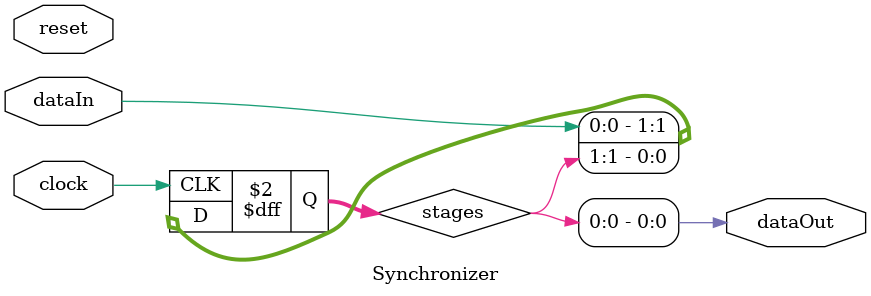
<source format=v>
`default_nettype none
`timescale 1ns / 1ps

/**
 * This module feeds the input signal through a shift register
 * to synchronize it. The number of shift register stages can
 * be controlled by a parameter and is 2 by default.
 */
module Synchronizer (

		/** system clock **/
		input clock,
		
		/** system reset **/
		input reset,
		
		/** input signal to synchronize **/
		input dataIn,
		
		/** synchronized output signal **/
		output dataOut
		
	);
	
	/** number of synchronization stages **/
	parameter stageCount = 2;
	
	/** the synchronization stages themselves. The data signal flows from left (high index) to right (low index) **/
	reg[stageCount-1:0] stages;
	
	/** synchronization logic **/
	always @(posedge clock) begin
		stages <= {dataIn, stages[stageCount-1:1]};
	end
	assign dataOut = stages[0];

endmodule

</source>
